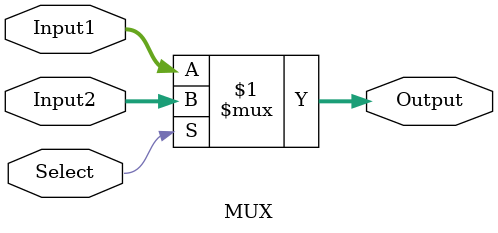
<source format=v>
`timescale 1ns / 1ps


module MUX(Input1, Input2, Select, Output);
    input [31:0] Input1,Input2;
    input Select;
    output [31:0] Output;
    
    assign Output = Select ? Input2 : Input1;
endmodule

</source>
